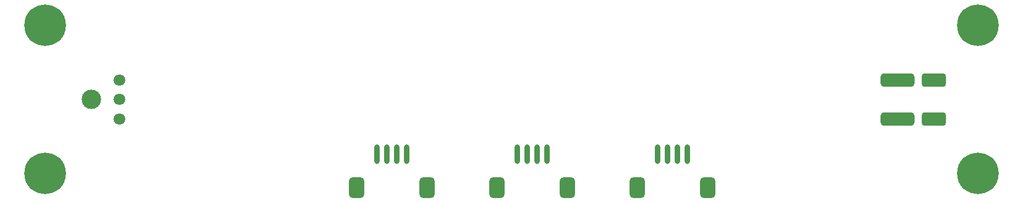
<source format=gbs>
%TF.GenerationSoftware,KiCad,Pcbnew,7.0.5-0*%
%TF.CreationDate,2023-09-25T22:43:47+01:00*%
%TF.ProjectId,INCLINOMETER_BOARD,494e434c-494e-44f4-9d45-5445525f424f,rev?*%
%TF.SameCoordinates,Original*%
%TF.FileFunction,Soldermask,Bot*%
%TF.FilePolarity,Negative*%
%FSLAX46Y46*%
G04 Gerber Fmt 4.6, Leading zero omitted, Abs format (unit mm)*
G04 Created by KiCad (PCBNEW 7.0.5-0) date 2023-09-25 22:43:47*
%MOMM*%
%LPD*%
G01*
G04 APERTURE LIST*
G04 Aperture macros list*
%AMRoundRect*
0 Rectangle with rounded corners*
0 $1 Rounding radius*
0 $2 $3 $4 $5 $6 $7 $8 $9 X,Y pos of 4 corners*
0 Add a 4 corners polygon primitive as box body*
4,1,4,$2,$3,$4,$5,$6,$7,$8,$9,$2,$3,0*
0 Add four circle primitives for the rounded corners*
1,1,$1+$1,$2,$3*
1,1,$1+$1,$4,$5*
1,1,$1+$1,$6,$7*
1,1,$1+$1,$8,$9*
0 Add four rect primitives between the rounded corners*
20,1,$1+$1,$2,$3,$4,$5,0*
20,1,$1+$1,$4,$5,$6,$7,0*
20,1,$1+$1,$6,$7,$8,$9,0*
20,1,$1+$1,$8,$9,$2,$3,0*%
G04 Aperture macros list end*
%ADD10C,0.800000*%
%ADD11C,6.400000*%
%ADD12C,2.100000*%
%ADD13RoundRect,0.525000X-1.375000X0.525000X-1.375000X-0.525000X1.375000X-0.525000X1.375000X0.525000X0*%
%ADD14RoundRect,0.525000X-2.075000X0.525000X-2.075000X-0.525000X2.075000X-0.525000X2.075000X0.525000X0*%
%ADD15C,3.000000*%
%ADD16C,1.800000*%
%ADD17RoundRect,0.600000X-0.600000X-1.000000X0.600000X-1.000000X0.600000X1.000000X-0.600000X1.000000X0*%
%ADD18RoundRect,0.450000X0.000000X-1.050000X0.000000X-1.050000X0.000000X1.050000X0.000000X1.050000X0*%
G04 APERTURE END LIST*
D10*
%TO.C,H4*%
X78245000Y-97155000D03*
X78947944Y-95457944D03*
X78947944Y-98852056D03*
X80645000Y-94755000D03*
D11*
X80645000Y-97155000D03*
D10*
X80645000Y-99555000D03*
X82342056Y-95457944D03*
X82342056Y-98852056D03*
X83045000Y-97155000D03*
%TD*%
%TO.C,H1*%
X221755000Y-74295000D03*
X222457944Y-72597944D03*
X222457944Y-75992056D03*
X224155000Y-71895000D03*
D11*
X224155000Y-74295000D03*
D10*
X224155000Y-76695000D03*
X225852056Y-72597944D03*
X225852056Y-75992056D03*
X226555000Y-74295000D03*
%TD*%
%TO.C,H2*%
X221755000Y-97155000D03*
X222457944Y-95457944D03*
X222457944Y-98852056D03*
X224155000Y-94755000D03*
D11*
X224155000Y-97155000D03*
D10*
X224155000Y-99555000D03*
X225852056Y-95457944D03*
X225852056Y-98852056D03*
X226555000Y-97155000D03*
%TD*%
D12*
%TO.C,J7*%
X217410000Y-82725000D03*
D13*
X217410000Y-82725000D03*
D12*
X212410000Y-82725000D03*
D14*
X211810000Y-82725000D03*
D12*
X217410000Y-88725000D03*
D13*
X217410000Y-88725000D03*
D12*
X212410000Y-88725000D03*
D14*
X211810000Y-88725000D03*
%TD*%
D15*
%TO.C,J9*%
X87755000Y-85725000D03*
D16*
X92075000Y-82725000D03*
X92075000Y-85725000D03*
X92075000Y-88725000D03*
%TD*%
D10*
%TO.C,H3*%
X78245000Y-74295000D03*
X78947944Y-72597944D03*
X78947944Y-75992056D03*
X80645000Y-71895000D03*
D11*
X80645000Y-74295000D03*
D10*
X80645000Y-76695000D03*
X82342056Y-72597944D03*
X82342056Y-75992056D03*
X83045000Y-74295000D03*
%TD*%
D17*
%TO.C,J8*%
X182615000Y-99350000D03*
X171715000Y-99350000D03*
D18*
X179415000Y-94200000D03*
X177915000Y-94200000D03*
X176415000Y-94200000D03*
X174915000Y-94200000D03*
%TD*%
D17*
%TO.C,J5*%
X139435000Y-99350000D03*
X128535000Y-99350000D03*
D18*
X136235000Y-94200000D03*
X134735000Y-94200000D03*
X133235000Y-94200000D03*
X131735000Y-94200000D03*
%TD*%
D17*
%TO.C,J6*%
X161025000Y-99350000D03*
X150125000Y-99350000D03*
D18*
X157825000Y-94200000D03*
X156325000Y-94200000D03*
X154825000Y-94200000D03*
X153325000Y-94200000D03*
%TD*%
M02*

</source>
